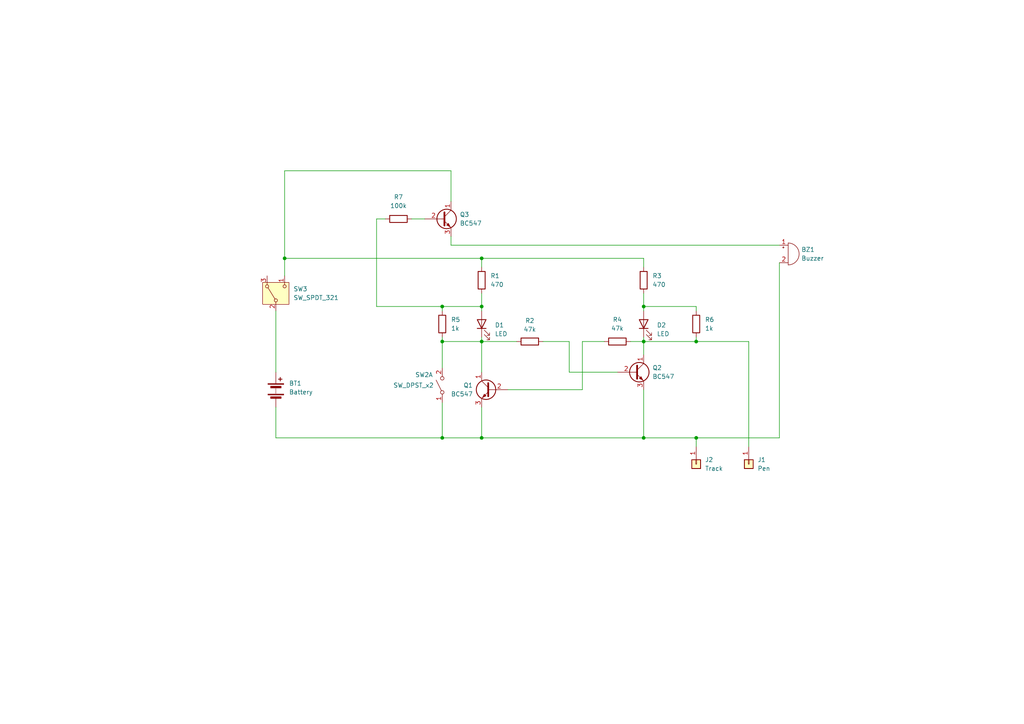
<source format=kicad_sch>
(kicad_sch (version 20231120) (generator "eeschema") (generator_version "8.0")
  (paper "A4")
  (lib_symbols
    (symbol "Connector_Generic:Conn_01x01" (pin_names (offset 1.016) hide)
      (property "Reference" "J" (at 0 2.54 0))
      (property "Value" "Conn_01x01" (at 0 -2.54 0))
      (symbol "Conn_01x01_1_1"
        (rectangle (start -1.27 0.127) (end 0 -0.127) (stroke (width 0.1524)))
        (rectangle (start -1.27 1.27) (end 1.27 -1.27) (stroke (width 0.254)) (fill (type background)))
        (pin passive line (at -5.08 0 0) (length 3.81) (name "Pin_1") (number "1"))
      )
    )
    (symbol "Device:Battery" (pin_numbers hide) (pin_names (offset 0) hide)
      (property "Reference" "BT" (at 2.54 2.54 0))
      (property "Value" "Battery" (at 2.54 0 0))
      (symbol "Battery_0_1"
        (rectangle (start -2.286 -1.27) (end 2.286 -1.524) (fill (type outline)))
        (rectangle (start -2.286 1.778) (end 2.286 1.524) (fill (type outline)))
        (rectangle (start -1.524 -2.032) (end 1.524 -2.54) (fill (type outline)))
        (rectangle (start -1.524 1.016) (end 1.524 0.508) (fill (type outline)))
        (polyline (pts (xy 0 -1.016) (xy 0 -0.762)))
        (polyline (pts (xy 0 -0.508) (xy 0 -0.254)))
        (polyline (pts (xy 0 0) (xy 0 0.254)))
        (polyline (pts (xy 0 1.778) (xy 0 2.54)))
        (polyline (pts (xy 0.762 3.048) (xy 1.778 3.048)) (stroke (width 0.254)))
        (polyline (pts (xy 1.27 3.556) (xy 1.27 2.54)) (stroke (width 0.254)))
      )
      (symbol "Battery_1_1"
        (pin passive line (at 0 5.08 270) (length 2.54) (name "+") (number "1"))
        (pin passive line (at 0 -5.08 90) (length 2.54) (name "-") (number "2"))
      )
    )
    (symbol "Device:Buzzer" (pin_names (offset 0.0254) hide)
      (property "Reference" "BZ" (at 3.81 1.27 0))
      (property "Value" "Buzzer" (at 3.81 -1.27 0))
      (symbol "Buzzer_0_1"
        (arc (start 0 -3.175) (mid 3.1612 0) (end 0 3.175))
        (polyline (pts (xy -1.651 1.905) (xy -1.143 1.905)))
        (polyline (pts (xy -1.397 2.159) (xy -1.397 1.651)))
        (polyline (pts (xy 0 3.175) (xy 0 -3.175)))
      )
      (symbol "Buzzer_1_1"
        (pin passive line (at -2.54 2.54 0) (length 2.54) (name "+") (number "1"))
        (pin passive line (at -2.54 -2.54 0) (length 2.54) (name "-") (number "2"))
      )
    )
    (symbol "Device:LED" (pin_numbers hide) (pin_names (offset 1.016) hide)
      (property "Reference" "D" (at 0 2.54 0))
      (property "Value" "LED" (at 0 -2.54 0))
      (symbol "LED_0_1"
        (polyline (pts (xy -1.27 -1.27) (xy -1.27 1.27)) (stroke (width 0.254)))
        (polyline (pts (xy -1.27 0) (xy 1.27 0)))
        (polyline (pts (xy 1.27 -1.27) (xy 1.27 1.27) (xy -1.27 0) (xy 1.27 -1.27)) (stroke (width 0.254)))
        (polyline (pts (xy -3.048 -0.762) (xy -4.572 -2.286) (xy -3.81 -2.286) (xy -4.572 -2.286) (xy -4.572 -1.524)))
        (polyline (pts (xy -1.778 -0.762) (xy -3.302 -2.286) (xy -2.54 -2.286) (xy -3.302 -2.286) (xy -3.302 -1.524)))
      )
      (symbol "LED_1_1"
        (pin passive line (at -3.81 0 0) (length 2.54) (name "K") (number "1"))
        (pin passive line (at 3.81 0 180) (length 2.54) (name "A") (number "2"))
      )
    )
    (symbol "Device:R" (pin_numbers hide) (pin_names (offset 0))
      (property "Reference" "R" (at 2.032 0 90))
      (property "Value" "R" (at 0 0 90))
      (symbol "R_0_1"
        (rectangle (start -1.016 -2.54) (end 1.016 2.54) (stroke (width 0.254)))
      )
      (symbol "R_1_1"
        (pin passive line (at 0 3.81 270) (length 1.27) (name "~") (number "1"))
        (pin passive line (at 0 -3.81 90) (length 1.27) (name "~") (number "2"))
      )
    )
    (symbol "Switch:SW_DPST_x2" (pin_names (offset 0) hide)
      (property "Reference" "SW" (at 0 3.175 0))
      (property "Value" "SW_DPST_x2" (at 0 -2.54 0))
      (symbol "SW_DPST_x2_0_0"
        (circle (center -2.032 0) (radius 0.508))
        (polyline (pts (xy -1.524 0.254) (xy 1.524 1.778)))
        (circle (center 2.032 0) (radius 0.508))
      )
      (symbol "SW_DPST_x2_1_1"
        (pin passive line (at -5.08 0 0) (length 2.54) (name "A") (number "1"))
        (pin passive line (at 5.08 0 180) (length 2.54) (name "B") (number "2"))
      )
      (symbol "SW_DPST_x2_2_1"
        (pin passive line (at -5.08 0 0) (length 2.54) (name "A") (number "3"))
        (pin passive line (at 5.08 0 180) (length 2.54) (name "B") (number "4"))
      )
    )
    (symbol "Switch:SW_SPDT_321" (pin_names (offset 1) hide)
      (property "Reference" "SW" (at 0 5.08 0))
      (property "Value" "SW_SPDT_321" (at 0 -5.08 0))
      (symbol "SW_SPDT_321_0_1"
        (circle (center -2.032 0) (radius 0.4572))
        (polyline (pts (xy -1.651 0.254) (xy 1.651 2.286)))
        (circle (center 2.032 -2.54) (radius 0.4572))
        (circle (center 2.032 2.54) (radius 0.4572))
      )
      (symbol "SW_SPDT_321_1_1"
        (rectangle (start -3.175 3.81) (end 3.175 -3.81) (fill (type background)))
        (pin passive line (at 5.08 -2.54 180) (length 2.54) (name "C") (number "1"))
        (pin passive line (at -5.08 0 0) (length 2.54) (name "B") (number "2"))
        (pin passive line (at 5.08 2.54 180) (length 2.54) (name "A") (number "3"))
      )
    )
    (symbol "Transistor_BJT:BC547" (pin_names (offset 0) hide)
      (property "Reference" "Q" (at 5.08 1.905 0))
      (property "Value" "BC547" (at 5.08 0 0))
      (symbol "BC547_0_1"
        (polyline (pts (xy 0 0) (xy 0.635 0)))
        (polyline (pts (xy 0.635 0.635) (xy 2.54 2.54)))
        (polyline (pts (xy 0.635 -0.635) (xy 2.54 -2.54) (xy 2.54 -2.54)))
        (polyline (pts (xy 0.635 1.905) (xy 0.635 -1.905) (xy 0.635 -1.905)) (stroke (width 0.508)))
        (polyline (pts (xy 1.27 -1.778) (xy 1.778 -1.27) (xy 2.286 -2.286) (xy 1.27 -1.778) (xy 1.27 -1.778)) (fill (type outline)))
        (circle (center 1.27 0) (radius 2.8194) (stroke (width 0.254)))
      )
      (symbol "BC547_1_1"
        (pin passive line (at 2.54 5.08 270) (length 2.54) (name "C") (number "1"))
        (pin input line (at -5.08 0 0) (length 5.08) (name "B") (number "2"))
        (pin passive line (at 2.54 -5.08 90) (length 2.54) (name "E") (number "3"))
      )
    )
  )
  (junction (at 128.27 127))
  (junction (at 186.69 127))
  (junction (at 139.7 127))
  (junction (at 128.27 88.9))
  (junction (at 186.69 88.9))
  (junction (at 128.27 99.06))
  (junction (at 139.7 74.93))
  (junction (at 139.7 99.06))
  (junction (at 201.93 99.06))
  (junction (at 201.93 127))
  (junction (at 186.69 99.06))
  (junction (at 139.7 88.9))
  (junction (at 82.55 74.93))
  (wire (pts (xy 123.19 63.5) (xy 119.38 63.5)))
  (wire (pts (xy 82.55 80.01) (xy 82.55 74.93)))
  (wire (pts (xy 139.7 99.06) (xy 149.86 99.06)))
  (wire (pts (xy 82.55 74.93) (xy 82.55 49.53)))
  (wire (pts (xy 186.69 127) (xy 201.93 127)))
  (wire (pts (xy 168.91 113.03) (xy 147.32 113.03)))
  (wire (pts (xy 186.69 77.47) (xy 186.69 74.93)))
  (wire (pts (xy 130.81 68.58) (xy 130.81 71.12)))
  (wire (pts (xy 82.55 74.93) (xy 139.7 74.93)))
  (wire (pts (xy 186.69 85.09) (xy 186.69 88.9)))
  (wire (pts (xy 139.7 127) (xy 128.27 127)))
  (wire (pts (xy 201.93 97.79) (xy 201.93 99.06)))
  (wire (pts (xy 80.01 127) (xy 80.01 118.11)))
  (wire (pts (xy 186.69 97.79) (xy 186.69 99.06)))
  (wire (pts (xy 128.27 127) (xy 80.01 127)))
  (wire (pts (xy 128.27 99.06) (xy 139.7 99.06)))
  (wire (pts (xy 128.27 90.17) (xy 128.27 88.9)))
  (wire (pts (xy 139.7 77.47) (xy 139.7 74.93)))
  (wire (pts (xy 128.27 88.9) (xy 139.7 88.9)))
  (wire (pts (xy 109.22 88.9) (xy 109.22 63.5)))
  (wire (pts (xy 201.93 90.17) (xy 201.93 88.9)))
  (wire (pts (xy 80.01 90.17) (xy 80.01 107.95)))
  (wire (pts (xy 201.93 129.54) (xy 201.93 127)))
  (wire (pts (xy 82.55 49.53) (xy 130.81 49.53)))
  (wire (pts (xy 186.69 127) (xy 139.7 127)))
  (wire (pts (xy 182.88 99.06) (xy 186.69 99.06)))
  (wire (pts (xy 128.27 116.84) (xy 128.27 127)))
  (wire (pts (xy 139.7 118.11) (xy 139.7 127)))
  (wire (pts (xy 186.69 99.06) (xy 186.69 102.87)))
  (wire (pts (xy 130.81 71.12) (xy 226.06 71.12)))
  (wire (pts (xy 217.17 99.06) (xy 217.17 129.54)))
  (wire (pts (xy 168.91 99.06) (xy 168.91 113.03)))
  (wire (pts (xy 139.7 88.9) (xy 139.7 90.17)))
  (wire (pts (xy 217.17 99.06) (xy 201.93 99.06)))
  (wire (pts (xy 201.93 99.06) (xy 186.69 99.06)))
  (wire (pts (xy 109.22 63.5) (xy 111.76 63.5)))
  (wire (pts (xy 139.7 85.09) (xy 139.7 88.9)))
  (wire (pts (xy 175.26 99.06) (xy 168.91 99.06)))
  (wire (pts (xy 226.06 76.2) (xy 226.06 127)))
  (wire (pts (xy 186.69 88.9) (xy 201.93 88.9)))
  (wire (pts (xy 165.1 107.95) (xy 179.07 107.95)))
  (wire (pts (xy 109.22 88.9) (xy 128.27 88.9)))
  (wire (pts (xy 186.69 88.9) (xy 186.69 90.17)))
  (wire (pts (xy 128.27 97.79) (xy 128.27 99.06)))
  (wire (pts (xy 186.69 113.03) (xy 186.69 127)))
  (wire (pts (xy 201.93 127) (xy 226.06 127)))
  (wire (pts (xy 130.81 49.53) (xy 130.81 58.42)))
  (wire (pts (xy 139.7 99.06) (xy 139.7 97.79)))
  (wire (pts (xy 157.48 99.06) (xy 165.1 99.06)))
  (wire (pts (xy 128.27 99.06) (xy 128.27 106.68)))
  (wire (pts (xy 139.7 107.95) (xy 139.7 99.06)))
  (wire (pts (xy 165.1 99.06) (xy 165.1 107.95)))
  (wire (pts (xy 139.7 74.93) (xy 186.69 74.93)))
  (symbol (lib_id "Transistor_BJT:BC547") (at 184.15 107.95 0) (unit 1)
    (property "Reference" "Q2" (at 189.23 106.6799 0) (effects (justify left)))
    (property "Value" "BC547" (at 189.23 109.2199 0) (effects (justify left)))
    (property "Footprint" "Package_TO_SOT_THT:TO-92_Inline_Wide" (effects (hide yes)))
    (property "Datasheet" "https://www.onsemi.com/pub/Collateral/BC550-D.pdf" (effects (hide yes)))
    (property "Description" "0.1A Ic, 45V Vce, Small Signal NPN Transistor, TO-92" (effects (hide yes)))
  )
  (symbol (lib_id "Connector_Generic:Conn_01x01") (at 217.17 134.62 270) (unit 1)
    (property "Reference" "J1" (at 219.71 133.3499 90) (effects (justify left)))
    (property "Value" "Pen" (at 219.71 135.8899 90) (effects (justify left)))
    (property "Footprint" "Connector_Wire:SolderWire-0.5sqmm_1x01_D0.9mm_OD2.3mm_Relief" (effects (hide yes)))
    (property "Description" "Generic connector, single row, 01x01, script generated (kicad-library-utils/schlib/autogen/connector/)" (effects (hide yes)))
  )
  (symbol (lib_id "Device:LED") (at 186.69 93.98 90) (unit 1)
    (property "Reference" "D2" (at 190.5 94.2974 90) (effects (justify right)))
    (property "Value" "LED" (at 190.5 96.8374 90) (effects (justify right)))
    (property "Footprint" "LED_THT:LED_D5.0mm" (effects (hide yes)))
    (property "Description" "Light emitting diode" (effects (hide yes)))
  )
  (symbol (lib_id "Connector_Generic:Conn_01x01") (at 201.93 134.62 270) (unit 1)
    (property "Reference" "J2" (at 204.47 133.3499 90) (effects (justify left)))
    (property "Value" "Track" (at 204.47 135.8899 90) (effects (justify left)))
    (property "Footprint" "Connector_Wire:SolderWire-1.5sqmm_1x01_D1.7mm_OD3.9mm" (effects (hide yes)))
    (property "Description" "Generic connector, single row, 01x01, script generated (kicad-library-utils/schlib/autogen/connector/)" (effects (hide yes)))
  )
  (symbol (lib_id "Device:R") (at 139.7 81.28 180) (unit 1)
    (property "Reference" "R1" (at 142.24 80.0099 0) (effects (justify right)))
    (property "Value" "470" (at 142.24 82.5499 0) (effects (justify right)))
    (property "Footprint" "Resistor_THT:R_Axial_DIN0207_L6.3mm_D2.5mm_P10.16mm_Horizontal" (effects (hide yes)))
    (property "Description" "Resistor" (effects (hide yes)))
  )
  (symbol (lib_id "Transistor_BJT:BC547") (at 142.24 113.03 0) (mirror y) (unit 1)
    (property "Reference" "Q1" (at 137.16 111.7599 0) (effects (justify left)))
    (property "Value" "BC547" (at 137.16 114.2999 0) (effects (justify left)))
    (property "Footprint" "Package_TO_SOT_THT:TO-92_Inline_Wide" (effects (hide yes)))
    (property "Datasheet" "https://www.onsemi.com/pub/Collateral/BC550-D.pdf" (effects (hide yes)))
    (property "Description" "0.1A Ic, 45V Vce, Small Signal NPN Transistor, TO-92" (effects (hide yes)))
  )
  (symbol (lib_id "Device:Buzzer") (at 228.6 73.66 0) (unit 1)
    (property "Reference" "BZ1" (at 232.41 72.3899 0) (effects (justify left)))
    (property "Value" "Buzzer" (at 232.41 74.9299 0) (effects (justify left)))
    (property "Footprint" "HTL_Saalfelden:BuzzerP_15,24" (effects (hide yes)))
    (property "Description" "Buzzer, polarized" (effects (hide yes)))
  )
  (symbol (lib_id "Device:R") (at 153.67 99.06 270) (unit 1)
    (property "Reference" "R2" (at 153.67 93.013 90))
    (property "Value" "47k" (at 153.67 95.553 90))
    (property "Footprint" "Resistor_THT:R_Axial_DIN0207_L6.3mm_D2.5mm_P10.16mm_Horizontal" (effects (hide yes)))
    (property "Description" "Resistor" (effects (hide yes)))
  )
  (symbol (lib_id "Device:R") (at 115.57 63.5 270) (unit 1)
    (property "Reference" "R7" (at 115.57 57.15 90))
    (property "Value" "100k" (at 115.57 59.69 90))
    (property "Footprint" "Resistor_THT:R_Axial_DIN0207_L6.3mm_D2.5mm_P10.16mm_Horizontal" (effects (hide yes)))
    (property "Description" "Resistor" (effects (hide yes)))
  )
  (symbol (lib_id "Device:LED") (at 139.7 93.98 90) (unit 1)
    (property "Reference" "D1" (at 143.51 94.2974 90) (effects (justify right)))
    (property "Value" "LED" (at 143.51 96.8374 90) (effects (justify right)))
    (property "Footprint" "LED_THT:LED_D5.0mm" (effects (hide yes)))
    (property "Description" "Light emitting diode" (effects (hide yes)))
  )
  (symbol (lib_id "Device:Battery") (at 80.01 113.03 0) (unit 1)
    (property "Reference" "BT1" (at 83.82 111.1884 0) (effects (justify left)))
    (property "Value" "Battery" (at 83.82 113.7284 0) (effects (justify left)))
    (property "Footprint" "Connector_Wire:SolderWire-0.127sqmm_1x02_P3.7mm_D0.48mm_OD1mm_Relief2x" (effects (hide yes)))
    (property "Description" "Multiple-cell battery" (effects (hide yes)))
  )
  (symbol (lib_id "Device:R") (at 179.07 99.06 270) (unit 1)
    (property "Reference" "R4" (at 179.07 92.71 90))
    (property "Value" "47k" (at 179.07 95.25 90))
    (property "Footprint" "Resistor_THT:R_Axial_DIN0207_L6.3mm_D2.5mm_P10.16mm_Horizontal" (effects (hide yes)))
    (property "Description" "Resistor" (effects (hide yes)))
  )
  (symbol (lib_id "Device:R") (at 128.27 93.98 180) (unit 1)
    (property "Reference" "R5" (at 130.81 92.7099 0) (effects (justify right)))
    (property "Value" "1k" (at 130.81 95.2499 0) (effects (justify right)))
    (property "Footprint" "Resistor_THT:R_Axial_DIN0207_L6.3mm_D2.5mm_P10.16mm_Horizontal" (effects (hide yes)))
    (property "Description" "Resistor" (effects (hide yes)))
  )
  (symbol (lib_id "Switch:SW_DPST_x2") (at 128.27 111.76 90) (unit 1)
    (property "Reference" "SW2" (at 120.396 108.712 90) (effects (justify right)))
    (property "Value" "SW_DPST_x2" (at 114.046 111.76 90) (effects (justify right)))
    (property "Footprint" "Button_Switch_THT:SW_PUSH_6mm" (effects (hide yes)))
    (property "Description" "Single Pole Single Throw (SPST) switch, separate symbol" (effects (hide yes)))
  )
  (symbol (lib_id "Device:R") (at 186.69 81.28 180) (unit 1)
    (property "Reference" "R3" (at 189.23 80.0099 0) (effects (justify right)))
    (property "Value" "470" (at 189.23 82.5499 0) (effects (justify right)))
    (property "Footprint" "Resistor_THT:R_Axial_DIN0207_L6.3mm_D2.5mm_P10.16mm_Horizontal" (effects (hide yes)))
    (property "Description" "Resistor" (effects (hide yes)))
  )
  (symbol (lib_id "Transistor_BJT:BC547") (at 128.27 63.5 0) (unit 1)
    (property "Reference" "Q3" (at 133.35 62.2299 0) (effects (justify left)))
    (property "Value" "BC547" (at 133.35 64.7699 0) (effects (justify left)))
    (property "Footprint" "Package_TO_SOT_THT:TO-92_Inline_Wide" (effects (hide yes)))
    (property "Datasheet" "https://www.onsemi.com/pub/Collateral/BC550-D.pdf" (effects (hide yes)))
    (property "Description" "0.1A Ic, 45V Vce, Small Signal NPN Transistor, TO-92" (effects (hide yes)))
  )
  (symbol (lib_id "Switch:SW_SPDT_321") (at 80.01 85.09 90) (unit 1)
    (property "Reference" "SW3" (at 85.09 83.8199 90) (effects (justify right)))
    (property "Value" "SW_SPDT_321" (at 85.09 86.3599 90) (effects (justify right)))
    (property "Footprint" "Button_Switch_THT:SW_Slide-03_Wuerth-WS-SLTV_10x2.5x6.4_P2.54mm" (effects (hide yes)))
    (property "Description" "Switch, single pole double throw" (effects (hide yes)))
  )
  (symbol (lib_id "Device:R") (at 201.93 93.98 180) (unit 1)
    (property "Reference" "R6" (at 204.47 92.7099 0) (effects (justify right)))
    (property "Value" "1k" (at 204.47 95.2499 0) (effects (justify right)))
    (property "Footprint" "Resistor_THT:R_Axial_DIN0207_L6.3mm_D2.5mm_P10.16mm_Horizontal" (effects (hide yes)))
    (property "Description" "Resistor" (effects (hide yes)))
  )
)
</source>
